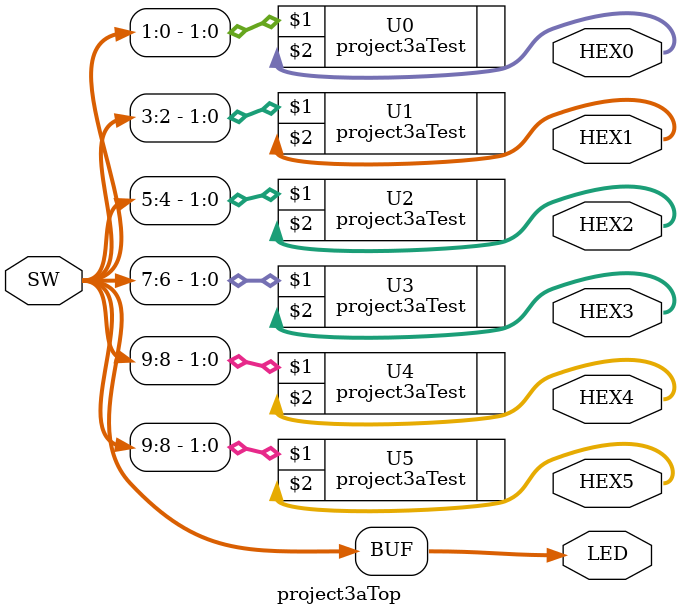
<source format=v>

module project3aTop(SW, LED, HEX0, HEX1, HEX2, HEX3, HEX4, HEX5);
    input  [9:0] SW;
    output [9:0] LED;
    output [6:0] HEX0, HEX1, HEX2, HEX3, HEX4, HEX5;
	 
//  This should allow you to see the values of the switches on the LEDs.
    assign LED = SW;

//  This maps certain switches to the seven-segment display inputs.
//  Use this as an example of instantiating in the top-level module. 
//  DELETE THESE INSTANTIATIONS IN YOUR FINAL IMPLEMENTATION. Use the next set
//  of comments to instantiate the modules that implement the system. Then
//  delete this comment.

    project3aTest U0(SW[1:0], HEX0);
	 project3aTest U1(SW[3:2], HEX1);
	 project3aTest U2(SW[5:4], HEX2);
	 project3aTest U3(SW[7:6], HEX3);
	 project3aTest U4(SW[9:8], HEX4);
    project3aTest U5(SW[9:8], HEX5);	 

//  Your top-level module should conform to block diagram provided in the
//  specification. It should contain:
//  - One instantiation of your 74HC85. Use SW[7:4] as input A. Use SW[3:0]
//    as input B. Connect I(A>B) and I(A<B) to logic-0. Connect I(A=B) to
//    logic-1.
//  - Two instantiations of your seven-segment display driver from HW 3.
//    Use HEX2 to display the value of input A. Use HEX0 to display the
//    value of input B.
//  - One instantiation of the seven-segment display driver that you
//    create to show the comparison symbol. Use HEX1 to display the symbol.

endmodule

</source>
